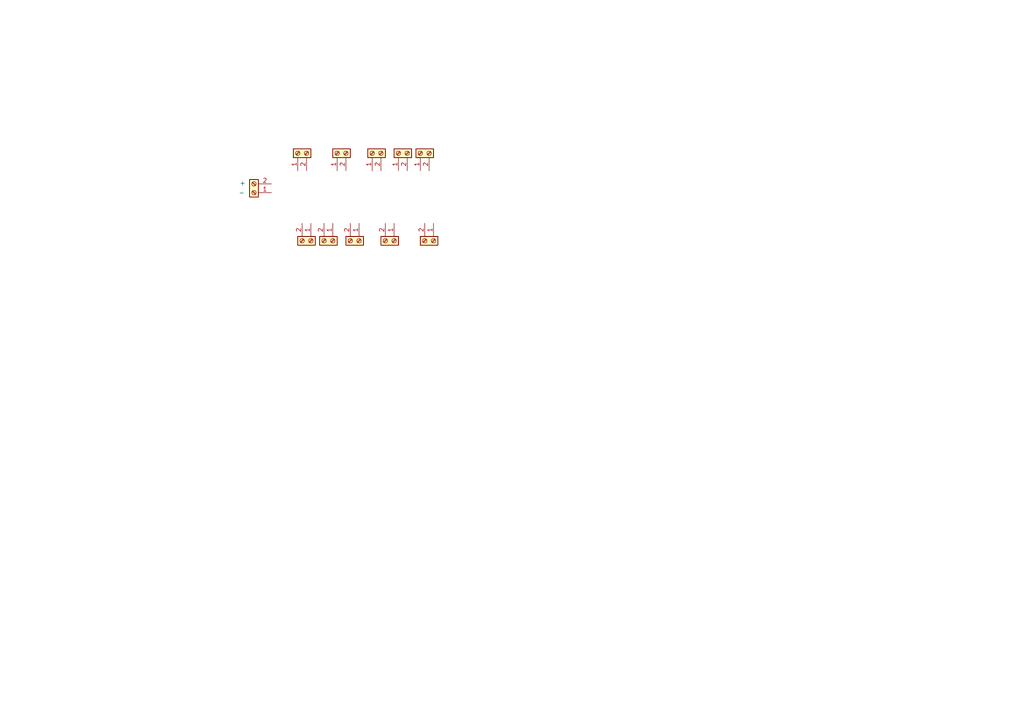
<source format=kicad_sch>
(kicad_sch
	(version 20231120)
	(generator "eeschema")
	(generator_version "8.0")
	(uuid "687dd8a0-ea49-4324-b6ca-dc82b5137cc7")
	(paper "A4")
	(lib_symbols
		(symbol "Connector:Screw_Terminal_01x02"
			(pin_names
				(offset 1.016) hide)
			(exclude_from_sim no)
			(in_bom yes)
			(on_board yes)
			(property "Reference" "J"
				(at 0 2.54 0)
				(effects
					(font
						(size 1.27 1.27)
					)
				)
			)
			(property "Value" "Screw_Terminal_01x02"
				(at 0 -5.08 0)
				(effects
					(font
						(size 1.27 1.27)
					)
				)
			)
			(property "Footprint" ""
				(at 0 0 0)
				(effects
					(font
						(size 1.27 1.27)
					)
					(hide yes)
				)
			)
			(property "Datasheet" "~"
				(at 0 0 0)
				(effects
					(font
						(size 1.27 1.27)
					)
					(hide yes)
				)
			)
			(property "Description" "Generic screw terminal, single row, 01x02, script generated (kicad-library-utils/schlib/autogen/connector/)"
				(at 0 0 0)
				(effects
					(font
						(size 1.27 1.27)
					)
					(hide yes)
				)
			)
			(property "ki_keywords" "screw terminal"
				(at 0 0 0)
				(effects
					(font
						(size 1.27 1.27)
					)
					(hide yes)
				)
			)
			(property "ki_fp_filters" "TerminalBlock*:*"
				(at 0 0 0)
				(effects
					(font
						(size 1.27 1.27)
					)
					(hide yes)
				)
			)
			(symbol "Screw_Terminal_01x02_1_1"
				(rectangle
					(start -1.27 1.27)
					(end 1.27 -3.81)
					(stroke
						(width 0.254)
						(type default)
					)
					(fill
						(type background)
					)
				)
				(circle
					(center 0 -2.54)
					(radius 0.635)
					(stroke
						(width 0.1524)
						(type default)
					)
					(fill
						(type none)
					)
				)
				(polyline
					(pts
						(xy -0.5334 -2.2098) (xy 0.3302 -3.048)
					)
					(stroke
						(width 0.1524)
						(type default)
					)
					(fill
						(type none)
					)
				)
				(polyline
					(pts
						(xy -0.5334 0.3302) (xy 0.3302 -0.508)
					)
					(stroke
						(width 0.1524)
						(type default)
					)
					(fill
						(type none)
					)
				)
				(polyline
					(pts
						(xy -0.3556 -2.032) (xy 0.508 -2.8702)
					)
					(stroke
						(width 0.1524)
						(type default)
					)
					(fill
						(type none)
					)
				)
				(polyline
					(pts
						(xy -0.3556 0.508) (xy 0.508 -0.3302)
					)
					(stroke
						(width 0.1524)
						(type default)
					)
					(fill
						(type none)
					)
				)
				(circle
					(center 0 0)
					(radius 0.635)
					(stroke
						(width 0.1524)
						(type default)
					)
					(fill
						(type none)
					)
				)
				(pin passive line
					(at -5.08 0 0)
					(length 3.81)
					(name "Pin_1"
						(effects
							(font
								(size 1.27 1.27)
							)
						)
					)
					(number "1"
						(effects
							(font
								(size 1.27 1.27)
							)
						)
					)
				)
				(pin passive line
					(at -5.08 -2.54 0)
					(length 3.81)
					(name "Pin_2"
						(effects
							(font
								(size 1.27 1.27)
							)
						)
					)
					(number "2"
						(effects
							(font
								(size 1.27 1.27)
							)
						)
					)
				)
			)
		)
	)
	(symbol
		(lib_id "Connector:Screw_Terminal_01x02")
		(at 121.92 44.45 90)
		(unit 1)
		(exclude_from_sim no)
		(in_bom yes)
		(on_board yes)
		(dnp no)
		(fields_autoplaced yes)
		(uuid "025daf4a-098d-467d-b18a-4a250db2301c")
		(property "Reference" "J5"
			(at 127 43.1799 90)
			(effects
				(font
					(size 1.27 1.27)
				)
				(justify right)
				(hide yes)
			)
		)
		(property "Value" "Screw_Terminal_01x02"
			(at 127 45.7199 90)
			(effects
				(font
					(size 1.27 1.27)
				)
				(justify right)
				(hide yes)
			)
		)
		(property "Footprint" ""
			(at 121.92 44.45 0)
			(effects
				(font
					(size 1.27 1.27)
				)
				(hide yes)
			)
		)
		(property "Datasheet" "~"
			(at 121.92 44.45 0)
			(effects
				(font
					(size 1.27 1.27)
				)
				(hide yes)
			)
		)
		(property "Description" "Generic screw terminal, single row, 01x02, script generated (kicad-library-utils/schlib/autogen/connector/)"
			(at 121.92 44.45 0)
			(effects
				(font
					(size 1.27 1.27)
				)
				(hide yes)
			)
		)
		(pin "1"
			(uuid "429cdf8b-263b-4ccc-ba05-2610e3b9bf60")
		)
		(pin "2"
			(uuid "347972a6-4147-4f6c-a4fb-7ffeb3ec3845")
		)
		(instances
			(project "Esp32_LT"
				(path "/687dd8a0-ea49-4324-b6ca-dc82b5137cc7"
					(reference "J5")
					(unit 1)
				)
			)
		)
	)
	(symbol
		(lib_id "Connector:Screw_Terminal_01x02")
		(at 107.95 44.45 90)
		(unit 1)
		(exclude_from_sim no)
		(in_bom yes)
		(on_board yes)
		(dnp no)
		(fields_autoplaced yes)
		(uuid "030b0d59-b864-4a87-a94f-cdfbca4d168d")
		(property "Reference" "J3"
			(at 113.03 43.1799 90)
			(effects
				(font
					(size 1.27 1.27)
				)
				(justify right)
				(hide yes)
			)
		)
		(property "Value" "Screw_Terminal_01x02"
			(at 113.03 45.7199 90)
			(effects
				(font
					(size 1.27 1.27)
				)
				(justify right)
				(hide yes)
			)
		)
		(property "Footprint" ""
			(at 107.95 44.45 0)
			(effects
				(font
					(size 1.27 1.27)
				)
				(hide yes)
			)
		)
		(property "Datasheet" "~"
			(at 107.95 44.45 0)
			(effects
				(font
					(size 1.27 1.27)
				)
				(hide yes)
			)
		)
		(property "Description" "Generic screw terminal, single row, 01x02, script generated (kicad-library-utils/schlib/autogen/connector/)"
			(at 107.95 44.45 0)
			(effects
				(font
					(size 1.27 1.27)
				)
				(hide yes)
			)
		)
		(pin "1"
			(uuid "af1dad29-5258-4bd9-a18c-d9b1c120940a")
		)
		(pin "2"
			(uuid "085ba30b-2239-4a30-ad37-956594fe881b")
		)
		(instances
			(project "Esp32_LT"
				(path "/687dd8a0-ea49-4324-b6ca-dc82b5137cc7"
					(reference "J3")
					(unit 1)
				)
			)
		)
	)
	(symbol
		(lib_id "Connector:Screw_Terminal_01x02")
		(at 97.79 44.45 90)
		(unit 1)
		(exclude_from_sim no)
		(in_bom yes)
		(on_board yes)
		(dnp no)
		(fields_autoplaced yes)
		(uuid "27c36d13-4746-4c45-b9e3-77b3b552d05e")
		(property "Reference" "J2"
			(at 102.87 43.1799 90)
			(effects
				(font
					(size 1.27 1.27)
				)
				(justify right)
				(hide yes)
			)
		)
		(property "Value" "Screw_Terminal_01x02"
			(at 102.87 45.7199 90)
			(effects
				(font
					(size 1.27 1.27)
				)
				(justify right)
				(hide yes)
			)
		)
		(property "Footprint" ""
			(at 97.79 44.45 0)
			(effects
				(font
					(size 1.27 1.27)
				)
				(hide yes)
			)
		)
		(property "Datasheet" "~"
			(at 97.79 44.45 0)
			(effects
				(font
					(size 1.27 1.27)
				)
				(hide yes)
			)
		)
		(property "Description" "Generic screw terminal, single row, 01x02, script generated (kicad-library-utils/schlib/autogen/connector/)"
			(at 97.79 44.45 0)
			(effects
				(font
					(size 1.27 1.27)
				)
				(hide yes)
			)
		)
		(pin "1"
			(uuid "f0ba3dc8-f0db-4659-85a4-c0d4843f07a0")
		)
		(pin "2"
			(uuid "19d5a6cd-b37a-4349-9c92-0780029bd576")
		)
		(instances
			(project "Esp32_LT"
				(path "/687dd8a0-ea49-4324-b6ca-dc82b5137cc7"
					(reference "J2")
					(unit 1)
				)
			)
		)
	)
	(symbol
		(lib_id "Connector:Screw_Terminal_01x02")
		(at 114.3 69.85 270)
		(unit 1)
		(exclude_from_sim no)
		(in_bom yes)
		(on_board yes)
		(dnp no)
		(fields_autoplaced yes)
		(uuid "2b22f5bf-aeb4-4ac8-937e-c267135b8765")
		(property "Reference" "J7"
			(at 109.22 71.1201 90)
			(effects
				(font
					(size 1.27 1.27)
				)
				(justify right)
				(hide yes)
			)
		)
		(property "Value" "Screw_Terminal_01x02"
			(at 109.22 68.5801 90)
			(effects
				(font
					(size 1.27 1.27)
				)
				(justify right)
				(hide yes)
			)
		)
		(property "Footprint" ""
			(at 114.3 69.85 0)
			(effects
				(font
					(size 1.27 1.27)
				)
				(hide yes)
			)
		)
		(property "Datasheet" "~"
			(at 114.3 69.85 0)
			(effects
				(font
					(size 1.27 1.27)
				)
				(hide yes)
			)
		)
		(property "Description" "Generic screw terminal, single row, 01x02, script generated (kicad-library-utils/schlib/autogen/connector/)"
			(at 114.3 69.85 0)
			(effects
				(font
					(size 1.27 1.27)
				)
				(hide yes)
			)
		)
		(pin "1"
			(uuid "66c51310-c5b3-438e-b689-36abfbe32c00")
		)
		(pin "2"
			(uuid "d3f3facd-480f-494e-8522-993120892654")
		)
		(instances
			(project "Esp32_LT"
				(path "/687dd8a0-ea49-4324-b6ca-dc82b5137cc7"
					(reference "J7")
					(unit 1)
				)
			)
		)
	)
	(symbol
		(lib_id "Connector:Screw_Terminal_01x02")
		(at 90.17 69.85 270)
		(unit 1)
		(exclude_from_sim no)
		(in_bom yes)
		(on_board yes)
		(dnp no)
		(fields_autoplaced yes)
		(uuid "3569c446-9a30-4468-82e6-56efbb86a7e6")
		(property "Reference" "J10"
			(at 85.09 71.1201 90)
			(effects
				(font
					(size 1.27 1.27)
				)
				(justify right)
				(hide yes)
			)
		)
		(property "Value" "Screw_Terminal_01x02"
			(at 85.09 68.5801 90)
			(effects
				(font
					(size 1.27 1.27)
				)
				(justify right)
				(hide yes)
			)
		)
		(property "Footprint" ""
			(at 90.17 69.85 0)
			(effects
				(font
					(size 1.27 1.27)
				)
				(hide yes)
			)
		)
		(property "Datasheet" "~"
			(at 90.17 69.85 0)
			(effects
				(font
					(size 1.27 1.27)
				)
				(hide yes)
			)
		)
		(property "Description" "Generic screw terminal, single row, 01x02, script generated (kicad-library-utils/schlib/autogen/connector/)"
			(at 90.17 69.85 0)
			(effects
				(font
					(size 1.27 1.27)
				)
				(hide yes)
			)
		)
		(pin "1"
			(uuid "476d8a2f-f975-4255-99f0-333893cea73c")
		)
		(pin "2"
			(uuid "5bfc443c-fe4f-466c-b838-9499bb64d104")
		)
		(instances
			(project "Esp32_LT"
				(path "/687dd8a0-ea49-4324-b6ca-dc82b5137cc7"
					(reference "J10")
					(unit 1)
				)
			)
		)
	)
	(symbol
		(lib_id "Connector:Screw_Terminal_01x02")
		(at 104.14 69.85 270)
		(unit 1)
		(exclude_from_sim no)
		(in_bom yes)
		(on_board yes)
		(dnp no)
		(fields_autoplaced yes)
		(uuid "45526907-dfb3-402a-a6b2-8e4b225e9b36")
		(property "Reference" "J8"
			(at 99.06 71.1201 90)
			(effects
				(font
					(size 1.27 1.27)
				)
				(justify right)
				(hide yes)
			)
		)
		(property "Value" "Screw_Terminal_01x02"
			(at 99.06 68.5801 90)
			(effects
				(font
					(size 1.27 1.27)
				)
				(justify right)
				(hide yes)
			)
		)
		(property "Footprint" ""
			(at 104.14 69.85 0)
			(effects
				(font
					(size 1.27 1.27)
				)
				(hide yes)
			)
		)
		(property "Datasheet" "~"
			(at 104.14 69.85 0)
			(effects
				(font
					(size 1.27 1.27)
				)
				(hide yes)
			)
		)
		(property "Description" "Generic screw terminal, single row, 01x02, script generated (kicad-library-utils/schlib/autogen/connector/)"
			(at 104.14 69.85 0)
			(effects
				(font
					(size 1.27 1.27)
				)
				(hide yes)
			)
		)
		(pin "1"
			(uuid "f78d0e1f-1074-4b8b-a9bb-60d7ede0f224")
		)
		(pin "2"
			(uuid "7b5b8d97-97fb-450b-a615-c436b9f8c1cc")
		)
		(instances
			(project "Esp32_LT"
				(path "/687dd8a0-ea49-4324-b6ca-dc82b5137cc7"
					(reference "J8")
					(unit 1)
				)
			)
		)
	)
	(symbol
		(lib_id "Connector:Screw_Terminal_01x02")
		(at 73.66 55.88 180)
		(unit 1)
		(exclude_from_sim no)
		(in_bom yes)
		(on_board yes)
		(dnp no)
		(uuid "51ee31d3-c685-409a-afbb-06bef7cc9fc2")
		(property "Reference" "+"
			(at 70.358 53.086 0)
			(effects
				(font
					(size 1.27 1.27)
				)
			)
		)
		(property "Value" "-"
			(at 70.104 55.88 0)
			(effects
				(font
					(size 1.27 1.27)
				)
			)
		)
		(property "Footprint" ""
			(at 73.66 55.88 0)
			(effects
				(font
					(size 1.27 1.27)
				)
				(hide yes)
			)
		)
		(property "Datasheet" "~"
			(at 73.66 55.88 0)
			(effects
				(font
					(size 1.27 1.27)
				)
				(hide yes)
			)
		)
		(property "Description" "Generic screw terminal, single row, 01x02, script generated (kicad-library-utils/schlib/autogen/connector/)"
			(at 73.66 55.88 0)
			(effects
				(font
					(size 1.27 1.27)
				)
				(hide yes)
			)
		)
		(pin "2"
			(uuid "bd96f31c-e4ce-47dc-aad8-c543e3a1b6d7")
		)
		(pin "1"
			(uuid "e5ab45d6-4434-4414-9296-b3dc59e35a05")
		)
		(instances
			(project ""
				(path "/687dd8a0-ea49-4324-b6ca-dc82b5137cc7"
					(reference "+")
					(unit 1)
				)
			)
		)
	)
	(symbol
		(lib_id "Connector:Screw_Terminal_01x02")
		(at 96.52 69.85 270)
		(unit 1)
		(exclude_from_sim no)
		(in_bom yes)
		(on_board yes)
		(dnp no)
		(fields_autoplaced yes)
		(uuid "569a4707-a7ea-4c80-bb5e-1bef5bc453d7")
		(property "Reference" "J9"
			(at 91.44 71.1201 90)
			(effects
				(font
					(size 1.27 1.27)
				)
				(justify right)
				(hide yes)
			)
		)
		(property "Value" "Screw_Terminal_01x02"
			(at 91.44 68.5801 90)
			(effects
				(font
					(size 1.27 1.27)
				)
				(justify right)
				(hide yes)
			)
		)
		(property "Footprint" ""
			(at 96.52 69.85 0)
			(effects
				(font
					(size 1.27 1.27)
				)
				(hide yes)
			)
		)
		(property "Datasheet" "~"
			(at 96.52 69.85 0)
			(effects
				(font
					(size 1.27 1.27)
				)
				(hide yes)
			)
		)
		(property "Description" "Generic screw terminal, single row, 01x02, script generated (kicad-library-utils/schlib/autogen/connector/)"
			(at 96.52 69.85 0)
			(effects
				(font
					(size 1.27 1.27)
				)
				(hide yes)
			)
		)
		(pin "1"
			(uuid "edacf360-9087-4d72-8e65-6dec437485ec")
		)
		(pin "2"
			(uuid "d8e2cc09-ea65-409d-8e8c-8232b4225417")
		)
		(instances
			(project "Esp32_LT"
				(path "/687dd8a0-ea49-4324-b6ca-dc82b5137cc7"
					(reference "J9")
					(unit 1)
				)
			)
		)
	)
	(symbol
		(lib_id "Connector:Screw_Terminal_01x02")
		(at 86.36 44.45 90)
		(unit 1)
		(exclude_from_sim no)
		(in_bom yes)
		(on_board yes)
		(dnp no)
		(fields_autoplaced yes)
		(uuid "952b2dd8-55cd-4c69-a21d-cfedd1333022")
		(property "Reference" "J1"
			(at 91.44 43.1799 90)
			(effects
				(font
					(size 1.27 1.27)
				)
				(justify right)
				(hide yes)
			)
		)
		(property "Value" "Screw_Terminal_01x02"
			(at 91.44 45.7199 90)
			(effects
				(font
					(size 1.27 1.27)
				)
				(justify right)
				(hide yes)
			)
		)
		(property "Footprint" ""
			(at 86.36 44.45 0)
			(effects
				(font
					(size 1.27 1.27)
				)
				(hide yes)
			)
		)
		(property "Datasheet" "~"
			(at 86.36 44.45 0)
			(effects
				(font
					(size 1.27 1.27)
				)
				(hide yes)
			)
		)
		(property "Description" "Generic screw terminal, single row, 01x02, script generated (kicad-library-utils/schlib/autogen/connector/)"
			(at 86.36 44.45 0)
			(effects
				(font
					(size 1.27 1.27)
				)
				(hide yes)
			)
		)
		(pin "1"
			(uuid "314f4f29-cae7-4a8b-b249-c0b97264f9e6")
		)
		(pin "2"
			(uuid "b10ad337-65b9-460e-a1a7-f0a391287919")
		)
		(instances
			(project ""
				(path "/687dd8a0-ea49-4324-b6ca-dc82b5137cc7"
					(reference "J1")
					(unit 1)
				)
			)
		)
	)
	(symbol
		(lib_id "Connector:Screw_Terminal_01x02")
		(at 125.73 69.85 270)
		(unit 1)
		(exclude_from_sim no)
		(in_bom yes)
		(on_board yes)
		(dnp no)
		(fields_autoplaced yes)
		(uuid "ccb75500-128e-44db-be4f-d39c809ffcef")
		(property "Reference" "J6"
			(at 120.65 71.1201 90)
			(effects
				(font
					(size 1.27 1.27)
				)
				(justify right)
				(hide yes)
			)
		)
		(property "Value" "Screw_Terminal_01x02"
			(at 120.65 68.5801 90)
			(effects
				(font
					(size 1.27 1.27)
				)
				(justify right)
				(hide yes)
			)
		)
		(property "Footprint" ""
			(at 125.73 69.85 0)
			(effects
				(font
					(size 1.27 1.27)
				)
				(hide yes)
			)
		)
		(property "Datasheet" "~"
			(at 125.73 69.85 0)
			(effects
				(font
					(size 1.27 1.27)
				)
				(hide yes)
			)
		)
		(property "Description" "Generic screw terminal, single row, 01x02, script generated (kicad-library-utils/schlib/autogen/connector/)"
			(at 125.73 69.85 0)
			(effects
				(font
					(size 1.27 1.27)
				)
				(hide yes)
			)
		)
		(pin "1"
			(uuid "b65c57ad-8a0c-4032-83b6-8dc758b76c0d")
		)
		(pin "2"
			(uuid "78e0616a-60a0-4a95-ae07-adc63497f209")
		)
		(instances
			(project "Esp32_LT"
				(path "/687dd8a0-ea49-4324-b6ca-dc82b5137cc7"
					(reference "J6")
					(unit 1)
				)
			)
		)
	)
	(symbol
		(lib_id "Connector:Screw_Terminal_01x02")
		(at 115.57 44.45 90)
		(unit 1)
		(exclude_from_sim no)
		(in_bom yes)
		(on_board yes)
		(dnp no)
		(fields_autoplaced yes)
		(uuid "def0c0fc-e770-4f2a-a7b9-18c9651c2b75")
		(property "Reference" "J4"
			(at 120.65 43.1799 90)
			(effects
				(font
					(size 1.27 1.27)
				)
				(justify right)
				(hide yes)
			)
		)
		(property "Value" "Screw_Terminal_01x02"
			(at 120.65 45.7199 90)
			(effects
				(font
					(size 1.27 1.27)
				)
				(justify right)
				(hide yes)
			)
		)
		(property "Footprint" ""
			(at 115.57 44.45 0)
			(effects
				(font
					(size 1.27 1.27)
				)
				(hide yes)
			)
		)
		(property "Datasheet" "~"
			(at 115.57 44.45 0)
			(effects
				(font
					(size 1.27 1.27)
				)
				(hide yes)
			)
		)
		(property "Description" "Generic screw terminal, single row, 01x02, script generated (kicad-library-utils/schlib/autogen/connector/)"
			(at 115.57 44.45 0)
			(effects
				(font
					(size 1.27 1.27)
				)
				(hide yes)
			)
		)
		(pin "1"
			(uuid "0879f825-c9f8-4392-bcb0-bc7d10c8443d")
		)
		(pin "2"
			(uuid "e47072ac-3a66-4769-a5c5-6d8d9d4a4cb6")
		)
		(instances
			(project "Esp32_LT"
				(path "/687dd8a0-ea49-4324-b6ca-dc82b5137cc7"
					(reference "J4")
					(unit 1)
				)
			)
		)
	)
	(sheet_instances
		(path "/"
			(page "1")
		)
	)
)

</source>
